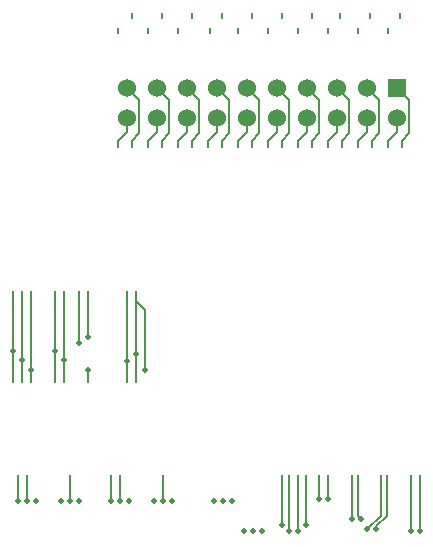
<source format=gbr>
G04 start of page 2 for group 0 idx 0 *
G04 Title: (unknown), P1_W1 *
G04 Creator: pcb 4.2.0 *
G04 CreationDate: Mon Sep 28 04:23:24 2020 UTC *
G04 For: commonadmin *
G04 Format: Gerber/RS-274X *
G04 PCB-Dimensions (mil): 2000.00 2300.00 *
G04 PCB-Coordinate-Origin: lower left *
%MOIN*%
%FSLAX25Y25*%
%LNTOP*%
%ADD16C,0.0380*%
%ADD15C,0.0100*%
%ADD14C,0.0600*%
%ADD13C,0.0001*%
%ADD12C,0.0200*%
%ADD11C,0.0060*%
G54D11*X67000Y220000D02*Y218500D01*
X70000Y190000D02*Y185500D01*
X67000Y182500D01*
X117000Y220000D02*Y218500D01*
X120000Y190000D02*Y185500D01*
X117000Y182500D01*
Y180500D01*
X67000Y182500D02*Y180500D01*
X137000Y63000D02*Y71000D01*
X67500Y62500D02*Y71000D01*
X49000Y102000D02*Y132500D01*
X71500Y225000D02*Y223500D01*
X70000Y200000D02*X74000Y196000D01*
X121500Y225000D02*Y223500D01*
X120000Y200000D02*X124000Y196000D01*
Y185000D01*
X121500Y182500D01*
Y180500D01*
X74000Y196000D02*Y185000D01*
X71500Y182500D01*
Y180500D01*
X46000Y102000D02*Y132500D01*
X134000Y63000D02*Y71000D01*
X64500Y62500D02*Y71000D01*
X77000Y220000D02*Y218500D01*
X80000Y190000D02*Y185500D01*
X77000Y182500D01*
X127000Y220000D02*Y218500D01*
X130000Y190000D02*Y185500D01*
X127000Y182500D01*
Y180500D01*
X77000Y182500D02*Y180500D01*
X167500Y52500D02*Y71000D01*
X57000Y117000D02*Y132500D01*
X81500Y225000D02*Y223500D01*
X80000Y200000D02*X84000Y196000D01*
X131500Y225000D02*Y223500D01*
X130000Y200000D02*X134000Y196000D01*
Y185000D01*
X131500Y182500D01*
Y180500D01*
X84000Y196000D02*Y185000D01*
X81500Y182500D01*
Y180500D01*
X54000Y115000D02*Y132500D01*
X164500Y52500D02*Y71000D01*
X87000Y220000D02*Y218500D01*
X90000Y190000D02*Y185500D01*
X87000Y182500D01*
X137000Y220000D02*Y218500D01*
X140000Y190000D02*Y185500D01*
X137000Y182500D01*
Y180500D01*
X87000Y182500D02*Y180500D01*
X82000Y62500D02*Y71000D01*
X73000Y102000D02*Y132500D01*
X76000Y106000D02*Y126000D01*
X73000Y129000D01*
X57000Y106000D02*Y102000D01*
X147000Y71000D02*Y57500D01*
X148000Y56500D01*
X153000Y53000D02*Y54000D01*
X156500Y57500D01*
Y71000D01*
X91500Y225000D02*Y223500D01*
X90000Y200000D02*X94000Y196000D01*
X141000Y225000D02*Y223500D01*
X140000Y200000D02*X144000Y196000D01*
Y185000D01*
X141500Y182500D01*
Y180500D01*
X94000Y196000D02*Y185000D01*
X91500Y182500D01*
Y180500D01*
X70000Y102000D02*Y132500D01*
X149999Y53000D02*X150000D01*
X154500Y57500D01*
Y71000D01*
X145000Y56500D02*Y71000D01*
X97500Y220000D02*Y218500D01*
X100000Y190000D02*Y185500D01*
X97000Y182500D01*
X147000Y220000D02*Y218500D01*
X150000Y190000D02*Y185500D01*
X147000Y182500D01*
Y180500D01*
X97000Y182500D02*Y180500D01*
X127000Y52500D02*Y71000D01*
X51000Y62500D02*Y71000D01*
X38000Y102000D02*Y132500D01*
X101500Y225000D02*Y223500D01*
X100000Y200000D02*X104000Y196000D01*
X151000Y225000D02*Y223500D01*
X150000Y200000D02*X154000Y196000D01*
Y185000D01*
X151500Y182500D01*
Y180500D01*
X104000Y196000D02*Y185000D01*
X101500Y182500D01*
Y180500D01*
X124000Y52500D02*Y71000D01*
X107000Y220000D02*Y218500D01*
X110000Y190000D02*Y185500D01*
X107000Y182500D01*
X157000Y220000D02*Y218500D01*
X160000Y190000D02*Y185500D01*
X157000Y182500D01*
Y180500D01*
X107000Y182500D02*Y180500D01*
X121500Y54500D02*Y71000D01*
X36500Y62500D02*Y71000D01*
X35000Y102000D02*Y132500D01*
X111500Y225000D02*Y223500D01*
X110000Y200000D02*X114000Y196000D01*
X161000Y225000D02*Y223500D01*
X160000Y200000D02*X164000Y196000D01*
Y185000D01*
X161500Y182500D01*
Y180500D01*
X114000Y196000D02*Y185000D01*
X111500Y182500D01*
Y180500D01*
X129500Y54500D02*Y71000D01*
X33500Y62500D02*Y71000D01*
X32000Y102000D02*Y132500D01*
G54D12*X124000Y52500D03*
X109000D03*
X112000D03*
X115000D03*
X127000D03*
X121500Y54500D03*
X99000Y62500D03*
X102000D03*
X105000D03*
X134000Y63000D03*
X137000D03*
X129500Y54500D03*
X149999Y53000D03*
X153000D03*
X145000Y56500D03*
X148000D03*
X164500Y52500D03*
X167500D03*
G54D13*G36*
X157000Y203000D02*Y197000D01*
X163000D01*
Y203000D01*
X157000D01*
G37*
G54D14*X150000Y200000D03*
X140000D03*
X160000Y190000D03*
X150000D03*
X140000D03*
X130000D03*
X120000D03*
X110000D03*
X130000Y200000D03*
X120000D03*
X110000D03*
X100000D03*
Y190000D03*
X90000Y200000D03*
X80000D03*
X70000D03*
X90000Y190000D03*
X80000D03*
X70000D03*
G54D12*X39500Y62500D03*
X54000D03*
X51000D03*
X48000D03*
X36500D03*
X33500D03*
X70500D03*
X67500D03*
X64500D03*
X85000D03*
X82000D03*
X79000D03*
X38000Y106000D03*
X57000Y117000D03*
X54000Y115000D03*
X73000Y111500D03*
X70000Y109000D03*
X57000Y106000D03*
X76000D03*
X49000Y109500D03*
X35000D03*
X32000Y112500D03*
X46000D03*
G54D15*G54D16*G54D15*M02*

</source>
